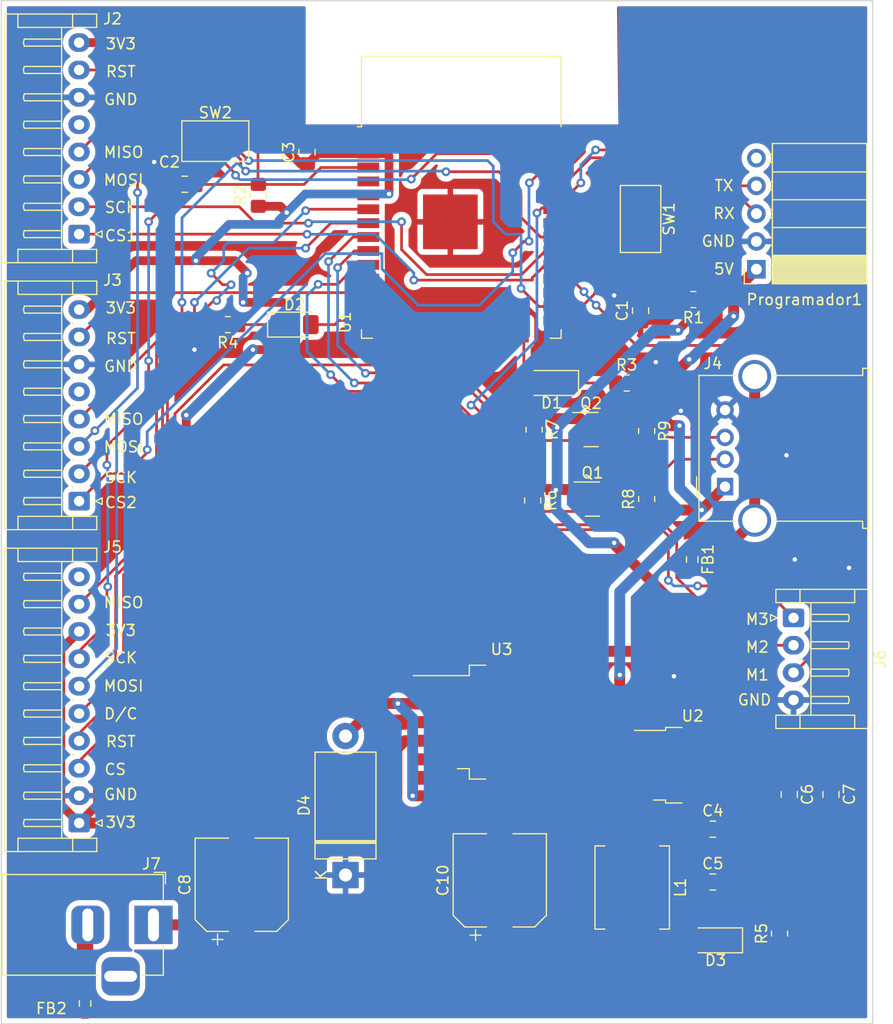
<source format=kicad_pcb>
(kicad_pcb (version 20211014) (generator pcbnew)
  (layers (0 "F.Cu" signal) (31 "B.Cu" signal) (34 "B.Paste" user) (35 "F.Paste" user) (36 "B.SilkS" user "B.Silkscreen") (37 "F.SilkS" user "F.Silkscreen") (38 "B.Mask" user) (39 "F.Mask" user) (44 "Edge.Cuts" user))
  (net 0 "")
  (net 1 "+3V3")
  (net 2 "/EN")
  (net 3 "Net-(D2-Pad1)")
  (net 4 "GND")
  (net 5 "+5V")
  (net 6 "/IOD")
  (net 7 "+12V")
  (net 8 "/perifericos/clk_5V_keyboard")
  (net 9 "/perifericos/Data_5v_keyboard")
  (net 10 "/DATA_KEYBOARD")
  (net 11 "/CLC_KEYBOARD")
  (net 12 "Net-(D3-Pad1)")
  (net 13 "Net-(D1-Pad1)")
  (net 14 "Net-(FB2-Pad2)")
  (net 15 "Net-(FB1-Pad1)")
  (net 18 "/RST_D")
  (net 19 "/D{slash}C")
  (net 20 "/MAGNE_3")
  (net 22 "/RST_2")
  (net 24 "/CONEX")
  (net 32 "/CS_Display")
  (net 33 "/INFO")
  (net 34 "/RST_1")
  (net 36 "/MAGNE_1")
  (net 37 "/CS_LECTOR_1")
  (net 38 "/SCK")
  (net 39 "/MISO")
  (net 41 "/MAGNE_2")
  (net 42 "Net-(Programador1-Pad4)")
  (net 43 "Net-(Programador1-Pad3)")
  (net 44 "/CS_LECTOR_2")
  (net 45 "/MOSI")
  (net 46 "Net-(D4-Pad2)")
  (footprint "Capacitor_SMD:CP_Elec_8x6.9" (layer "F.Cu") (at 175.853 108.439 90)
    (fp_text reference "C10")
    (fp_text value "220u")
  )
  (footprint "Resistor_SMD:R_0805_2012Metric_Pad1.20x1.40mm_HandSolder" (layer "F.Cu") (at 193.548 55.372 180)
    (fp_text reference "R1")
    (fp_text value "10k")
  )
  (footprint "Package_TO_SOT_SMD:SOT-23" (layer "F.Cu") (at 184.1985 67.249)
    (fp_text reference "Q2")
    (fp_text value "BSS138")
  )
  (footprint "Connector_JST:JST_EH_S4B-EH_1x04_P2.50mm_Horizontal" (layer "F.Cu") (at 202.6995 84.455 -90)
    (fp_text reference "J6")
    (fp_text value "Conn_01x04_Female")
  )
  (footprint "Capacitor_SMD:C_0805_2012Metric_Pad1.18x1.45mm_HandSolder" (layer "F.Cu") (at 158.242 41.91 90)
    (fp_text reference "C3")
    (fp_text value "100u")
  )
  (footprint "Connector_PinSocket_2.54mm:PinSocket_1x05_P2.54mm_Horizontal" (layer "F.Cu") (at 199.308 52.598 180)
    (fp_text reference "Programador1")
    (fp_text value "Conn_01x05_Female")
  )
  (footprint "Resistor_SMD:R_0805_2012Metric_Pad1.20x1.40mm_HandSolder" (layer "F.Cu") (at 189.2785 67.376 -90)
    (fp_text reference "R9")
    (fp_text value "10k")
  )
  (footprint "Diode_THT:D_DO-27_P12.70mm_Horizontal" (layer "F.Cu") (at 161.756 107.95 90)
    (fp_text reference "D4")
    (fp_text value "1N5825")
  )
  (footprint "Resistor_SMD:R_0805_2012Metric_Pad1.20x1.40mm_HandSolder" (layer "F.Cu") (at 178.8645 73.726 -90)
    (fp_text reference "R6")
    (fp_text value "10k")
  )
  (footprint "Connector_JST:JST_EH_S8B-EH_1x08_P2.50mm_Horizontal" (layer "F.Cu") (at 137.414 73.787 90)
    (fp_text reference "J3")
    (fp_text value "Conn_RFID2")
  )
  (footprint "Connector_JST:JST_EH_S10B-EH_1x10_P2.50mm_Horizontal" (layer "F.Cu") (at 137.414 103.198 90)
    (fp_text reference "J5")
    (fp_text value "Conn_screen")
  )
  (footprint "Connector_JST:JST_EH_S8B-EH_1x08_P2.50mm_Horizontal" (layer "F.Cu") (at 137.4065 49.39 90)
    (fp_text reference "J2")
    (fp_text value "Conn_RFID1")
  )
  (footprint "Capacitor_SMD:C_0805_2012Metric_Pad1.18x1.45mm_HandSolder" (layer "F.Cu") (at 195.326 108.585)
    (fp_text reference "C5")
    (fp_text value "10u")
  )
  (footprint "Capacitor_SMD:C_0805_2012Metric_Pad1.18x1.45mm_HandSolder" (layer "F.Cu") (at 147.066 44.831)
    (fp_text reference "C2")
    (fp_text value "1nf")
  )
  (footprint "Capacitor_SMD:C_0805_2012Metric_Pad1.18x1.45mm_HandSolder" (layer "F.Cu") (at 202.311 100.584 -90)
    (fp_text reference "C6")
    (fp_text value "22u")
  )
  (footprint "Resistor_SMD:R_0805_2012Metric_Pad1.20x1.40mm_HandSolder" (layer "F.Cu") (at 151.003 57.658 180)
    (fp_text reference "R4")
    (fp_text value "10k")
  )
  (footprint "Capacitor_SMD:C_0805_2012Metric_Pad1.18x1.45mm_HandSolder" (layer "F.Cu") (at 206.121 100.584 -90)
    (fp_text reference "C7")
    (fp_text value "100n")
  )
  (footprint "Capacitor_SMD:CP_Elec_8x6.9" (layer "F.Cu") (at 152.273 108.839 90)
    (fp_text reference "C8")
    (fp_text value "470u")
  )
  (footprint "Resistor_SMD:R_0603_1608Metric_Pad0.98x0.95mm_HandSolder" (layer "F.Cu") (at 193.445 79.121 -90)
    (fp_text reference "FB1")
    (fp_text value "FerriteBead")
  )
  (footprint "Resistor_SMD:R_0805_2012Metric_Pad1.20x1.40mm_HandSolder" (layer "F.Cu") (at 187.452 62.992)
    (fp_text reference "R3")
    (fp_text value "10k")
  )
  (footprint "Capacitor_SMD:C_0805_2012Metric_Pad1.18x1.45mm_HandSolder" (layer "F.Cu") (at 195.326 103.759)
    (fp_text reference "C4")
    (fp_text value "100n")
  )
  (footprint "LED_SMD:LED_1206_3216Metric_Pad1.42x1.75mm_HandSolder" (layer "F.Cu") (at 157.099 57.658)
    (fp_text reference "D2")
    (fp_text value "LED")
  )
  (footprint "LED_SMD:LED_1206_3216Metric_Pad1.42x1.75mm_HandSolder" (layer "F.Cu") (at 195.58 113.919 180)
    (fp_text reference "D3")
    (fp_text value "LED")
  )
  (footprint "Inductor_SMD:L_Neosid_SM-PIC0612H" (layer "F.Cu") (at 187.96 109.093 -90)
    (fp_text reference "L1")
    (fp_text value "68u")
  )
  (footprint "Connector_BarrelJack:BarrelJack_Horizontal" (layer "F.Cu") (at 144.206 112.503)
    (fp_text reference "J7")
    (fp_text value "Jack-DC")
  )
  (footprint "Resistor_SMD:R_0805_2012Metric_Pad1.20x1.40mm_HandSolder" (layer "F.Cu") (at 201.422 113.3 90)
    (fp_text reference "R5")
    (fp_text value "10k")
  )
  (footprint "Connector_USB:USB_A_Molex_67643_Horizontal" (layer "F.Cu") (at 196.443 72.461 90)
    (fp_text reference "J4")
    (fp_text value "USB_A")
  )
  (footprint "Package_TO_SOT_SMD:SOT-23" (layer "F.Cu") (at 184.3255 73.599)
    (fp_text reference "Q1")
    (fp_text value "BSS138")
  )
  (footprint "Resistor_SMD:R_0805_2012Metric_Pad1.20x1.40mm_HandSolder" (layer "F.Cu") (at 153.797 45.847 90)
    (fp_text reference "R2")
    (fp_text value "10k")
  )
  (footprint "Resistor_SMD:R_0805_2012Metric_Pad1.20x1.40mm_HandSolder" (layer "F.Cu") (at 178.9915 67.249 -90)
    (fp_text reference "R7")
    (fp_text value "10k")
  )
  (footprint "Resistor_SMD:R_0805_2012Metric_Pad1.20x1.40mm_HandSolder" (layer "F.Cu") (at 189.2785 73.599 90)
    (fp_text reference "R8")
    (fp_text value "10k")
  )
  (footprint "Resistor_SMD:R_0603_1608Metric_Pad0.98x0.95mm_HandSolder" (layer "F.Cu") (at 137.952 119.6835 90)
    (fp_text reference "FB2")
    (fp_text value "FerriteBead")
  )
  (footprint "Package_TO_SOT_SMD:TO-263-5_TabPin3" (layer "F.Cu") (at 176.022 93.98)
    (fp_text reference "U3")
    (fp_text value "LM2596S-5")
  )
  (footprint "Capacitor_SMD:C_0805_2012Metric_Pad1.18x1.45mm_HandSolder" (layer "F.Cu") (at 188.722 56.388 90)
    (fp_text reference "C1")
    (fp_text value "1nf")
  )
  (footprint "RF_Module:ESP32-WROOM-32" (layer "F.Cu") (at 172.339 49.022)
    (fp_text reference "U1")
    (fp_text value "ESP32-WROOM-32")
  )
  (footprint "Button_Switch_SMD:SW_SPST_CK_RS282G05A3" (layer "F.Cu") (at 149.86 40.894)
    (fp_text reference "SW2")
    (fp_text value "Enable")
  )
  (footprint "Button_Switch_SMD:SW_SPST_CK_RS282G05A3" (layer "F.Cu") (at 188.722 48.006 -90)
    (fp_text reference "SW1")
    (fp_text value "SW_Push")
  )
  (footprint "LED_SMD:LED_1206_3216Metric_Pad1.42x1.75mm_HandSolder" (layer "F.Cu") (at 180.594 62.992 180)
    (fp_text reference "D1")
    (fp_text value "LED")
  )
  (footprint "Package_TO_SOT_SMD:TO-252-2" (layer "F.Cu") (at 193.48 97.917)
    (fp_text reference "U2")
    (fp_text value "LM1117-3.3")
  )
  (gr_rect (start 130.302 121.539) (end 209.931 28.067) (layer "Edge.Cuts") (width 0.1) (fill none))
  (gr_text "RX\n" (at 196.342 47.498) (layer "F.SilkS") (effects (font (size 1 1))))
  (gr_text "3V3\n" (at 141.224 85.598) (layer "F.SilkS") (effects (font (size 1 1))))
  (gr_text "SCK\n\n" (at 141.224 88.9) (layer "F.SilkS") (effects (font (size 1 1))))
  (gr_text "CS1" (at 141.224 49.53) (layer "F.SilkS") (effects (font (size 1 1))))
  (gr_text "CS" (at 140.716 98.298) (layer "F.SilkS") (effects (font (size 1 1))))
  (gr_text "M2" (at 199.39 87.122) (layer "F.SilkS") (effects (font (size 1 1))))
  (gr_text "3V3\n" (at 141.224 56.134) (layer "F.SilkS") (effects (font (size 1 1))))
  (gr_text "M1" (at 199.39 89.662) (layer "F.SilkS") (effects (font (size 1 1))))
  (gr_text "MISO" (at 141.478 66.294) (layer "F.SilkS") (effects (font (size 1 1))))
  (gr_text "M3\n" (at 199.39 84.582) (layer "F.SilkS") (effects (font (size 1 1))))
  (gr_text "RST" (at 141.224 34.544) (layer "F.SilkS") (effects (font (size 1 1))))
  (gr_text "TX" (at 196.342 44.958) (layer "F.SilkS") (effects (font (size 1 1))))
  (gr_text "MOSI" (at 141.478 44.45) (layer "F.SilkS") (effects (font (size 1 1))))
  (gr_text "D/C" (at 141.224 93.218) (layer "F.SilkS") (effects (font (size 1 1))))
  (gr_text "3V3\n" (at 141.224 103.124) (layer "F.SilkS") (effects (font (size 1 1))))
  (gr_text "MOSI" (at 141.478 90.678) (layer "F.SilkS") (effects (font (size 1 1))))
  (gr_text "MOSI\n" (at 141.478 68.834) (layer "F.SilkS") (effects (font (size 1 1))))
  (gr_text "GND\n" (at 141.224 61.468) (layer "F.SilkS") (effects (font (size 1 1))))
  (gr_text "MISO" (at 141.478 83.058) (layer "F.SilkS") (effects (font (size 1 1))))
  (gr_text "SCK" (at 141.224 71.628) (layer "F.SilkS") (effects (font (size 1 1))))
  (gr_text "MISO" (at 141.478 41.91) (layer "F.SilkS") (effects (font (size 1 1))))
  (gr_text "SCK\n\n" (at 141.224 47.752) (layer "F.SilkS") (effects (font (size 1 1))))
  (gr_text "GND\n" (at 141.224 37.084) (layer "F.SilkS") (effects (font (size 1 1))))
  (gr_text "GND\n" (at 195.834 50.038) (layer "F.SilkS") (effects (font (size 1 1))))
  (gr_text "CS2\n" (at 141.224 73.914) (layer "F.SilkS") (effects (font (size 1 1))))
  (gr_text "RST" (at 141.224 58.928) (layer "F.SilkS") (effects (font (size 1 1))))
  (gr_text "GND\n" (at 141.224 100.584) (layer "F.SilkS") (effects (font (size 1 1))))
  (gr_text "RST" (at 141.224 95.758) (layer "F.SilkS") (effects (font (size 1 1))))
  (gr_text "5V\n" (at 196.342 52.578) (layer "F.SilkS") (effects (font (size 1 1))))
  (gr_text "GND\n" (at 199.136 91.948) (layer "F.SilkS") (effects (font (size 1 1))))
  (gr_text "3V3\n" (at 141.224 32.004) (layer "F.SilkS") (effects (font (size 1 1))))
  (segment (start 155.755823 59.944) (end 157.02352 58.676303) (width 0.8) (layer "F.Cu") (net 1))
  (segment (start 192.659 84.074) (end 195.58 86.995) (width 1) (layer "F.Cu") (net 1))
  (segment (start 154.559 92.837) (end 159.893 87.503) (width 1) (layer "F.Cu") (net 1))
  (segment (start 195.58 86.995) (end 195.58 97.917) (width 1) (layer "F.Cu") (net 1))
  (segment (start 137.414 103.198) (end 144.94207 103.198) (width 1) (layer "F.Cu") (net 1))
  (segment (start 154.559 100.203) (end 154.559 92.837) (width 1) (layer "F.Cu") (net 1))
  (segment (start 153.289 59.944) (end 155.755823 59.944) (width 0.8) (layer "F.Cu") (net 1))
  (segment (start 137.414 85.698) (end 135.73948 87.37252) (width 0.8) (layer "F.Cu") (net 1))
  (segment (start 155.321 40.64) (end 155.321 38.862) (width 0.8) (layer "F.Cu") (net 1))
  (segment (start 165.481 42.037) (end 163.839 42.037) (width 0.8) (layer "F.Cu") (net 1))
  (segment (start 155.321 38.862) (end 148.349 31.89) (width 0.8) (layer "F.Cu") (net 1))
  (segment (start 139.08852 101.52348) (end 139.08852 99.71852) (width 0.8) (layer "F.Cu") (net 1))
  (segment (start 163.839 42.037) (end 159.232824 42.037) (width 0.8) (layer "F.Cu") (net 1))
  (segment (start 186.309 77.597) (end 186.309 77.724) (width 1) (layer "F.Cu") (net 1))
  (segment (start 197.2095 99.5465) (end 195.58 97.917) (width 1) (layer "F.Cu") (net 1))
  (segment (start 157.02352 58.676303) (end 157.02352 56.639697) (width 0.8) (layer "F.Cu") (net 1))
  (segment (start 139.08852 99.71852) (end 143.002 95.80504) (width 0.8) (layer "F.Cu") (net 1))
  (segment (start 158.322324 42.9475) (end 158.242 42.9475) (width 0.8) (layer "F.Cu") (net 1))
  (segment (start 194.548 55.769) (end 192.151 58.166) (width 0.8) (layer "F.Cu") (net 1))
  (segment (start 157.02352 56.639697) (end 156.009823 55.626) (width 0.8) (layer "F.Cu") (net 1))
  (segment (start 189.23 87.503) (end 192.659 84.074) (width 1) (layer "F.Cu") (net 1))
  (segment (start 178.9915 66.249) (end 183.211 66.249) (width 1) (layer "F.Cu") (net 1))
  (segment (start 165.735 42.291) (end 165.481 42.037) (width 0.8) (layer "F.Cu") (net 1))
  (segment (start 178.9915 66.249) (end 180.295 66.249) (width 1) (layer "F.Cu") (net 1))
  (segment (start 178.8645 72.726) (end 183.311 72.726) (width 1) (layer "F.Cu") (net 1))
  (segment (start 144.94207 103.198) (end 146.41307 101.727) (width 1) (layer "F.Cu") (net 1))
  (segment (start 143.002 95.80504) (end 143.002 81.026) (width 0.8) (layer "F.Cu") (net 1))
  (segment (start 183.211 66.249) (end 183.261 66.299) (width 1) (layer "F.Cu") (net 1))
  (segment (start 186.309 77.724) (end 192.659 84.074) (width 1) (layer "F.Cu") (net 1))
  (segment (start 159.893 87.503) (end 189.23 87.503) (width 1) (layer "F.Cu") (net 1))
  (segment (start 151.638 51.816) (end 148.082 51.816) (width 0.8) (layer "F.Cu") (net 1))
  (segment (start 206.121 99.5465) (end 202.311 99.5465) (width 1) (layer "F.Cu") (net 1))
  (segment (start 158.242 42.9475) (end 157.6285 42.9475) (width 0.8) (layer "F.Cu") (net 1))
  (segment (start 135.73948 87.37252) (end 135.73948 101.52348) (width 0.8) (layer "F.Cu") (net 1))
  (segment (start 148.082 51.816) (end 142.621 51.816) (width 0.8) (layer "F.Cu") (net 1))
  (segment (start 153.797 46.847) (end 155.813 46.847) (width 0.8) (layer "F.Cu") (net 1))
  (segment (start 183.311 72.726) (end 183.388 72.649) (width 1) (layer "F.Cu") (net 1))
  (segment (start 135.73948 101.52348) (end 137.414 103.198) (width 0.8) (layer "F.Cu") (net 1))
  (segment (start 152.781 52.959) (end 151.638 51.816) (width 0.8) (layer "F.Cu") (net 1))
  (segment (start 155.813 46.847) (end 156.385028 47.419028) (width 0.8) (layer "F.Cu") (net 1))
  (segment (start 153.035 101.727) (end 154.559 100.203) (width 1) (layer "F.Cu") (net 1))
  (segment (start 156.009823 55.626) (end 152.4 55.626) (width 0.8) (layer "F.Cu") (net 1))
  (segment (start 137.414 103.198) (end 139.08852 101.52348) (width 0.8) (layer "F.Cu") (net 1))
  (segment (start 159.232824 42.037) (end 158.322324 42.9475) (width 0.8) (layer "F.Cu") (net 1))
  (segment (start 148.349 31.89) (end 137.4065 31.89) (width 0.8) (layer "F.Cu") (net 1))
  (segment (start 138.15 56.287) (end 137.414 56.287) (width 0.8) (layer "F.Cu") (net 1))
  (segment (start 146.41307 101.727) (end 153.035 101.727) (width 1) (layer "F.Cu") (net 1))
  (segment (start 194.548 55.372) (end 194.548 55.769) (width 0.8) (layer "F.Cu") (net 1))
  (segment (start 143.002 81.026) (end 147.204524 76.823476) (width 0.8) (layer "F.Cu") (net 1))
  (segment (start 142.621 51.816) (end 138.15 56.287) (width 0.8) (layer "F.Cu") (net 1))
  (segment (start 157.6285 42.9475) (end 155.321 40.64) (width 0.8) (layer "F.Cu") (net 1))
  (segment (start 147.204524 76.823476) (end 147.204524 65.924524) (width 0.8) (layer "F.Cu") (net 1))
  (segment (start 180.295 66.249) (end 181.102 67.056) (width 1) (layer "F.Cu") (net 1))
  (segment (start 202.311 99.5465) (end 197.2095 99.5465) (width 1) (layer "F.Cu") (net 1))
  (segment (start 165.735 45.72) (end 165.735 42.291) (width 0.8) (layer "F.Cu") (net 1))
  (via (at 156.385028 47.419028) (size 0.8) (drill 0.4) (layers "F.Cu" "B.Cu") (net 1))
  (via (at 152.781 52.959) (size 0.8) (drill 0.4) (layers "F.Cu" "B.Cu") (net 1))
  (via (at 165.735 45.72) (size 0.8) (drill 0.4) (layers "F.Cu" "B.Cu") (net 1))
  (via (at 180.975 72.771) (size 0.8) (drill 0.4) (layers "F.Cu" "B.Cu") (net 1))
  (via (at 147.204524 65.924524) (size 0.8) (drill 0.4) (layers "F.Cu" "B.Cu") (net 1))
  (via (at 152.4 55.626) (size 0.8) (drill 0.4) (layers "F.Cu" "B.Cu") (net 1))
  (via (at 148.082 51.816) (size 0.8) (drill 0.4) (layers "F.Cu" "B.Cu") (net 1))
  (via (at 192.151 58.166) (size 0.8) (drill 0.4) (layers "F.Cu" "B.Cu") (net 1))
  (via (at 153.289 59.944) (size 0.8) (drill 0.4) (layers "F.Cu" "B.Cu") (net 1))
  (via (at 181.102 67.056) (size 0.8) (drill 0.4) (layers "F.Cu" "B.Cu") (net 1))
  (via (at 186.309 77.597) (size 0.8) (drill 0.4) (layers "F.Cu" "B.Cu") (net 1))
  (segment (start 180.975 74.549) (end 180.975 72.771) (width 1) (layer "B.Cu") (net 1))
  (segment (start 192.151 58.166) (end 189.992 58.166) (width 1) (layer "B.Cu") (net 1))
  (segment (start 148.082 51.816) (end 148.082 51.531056) (width 0.8) (layer "B.Cu") (net 1))
  (segment (start 181.102 72.644) (end 180.975 72.771) (width 1) (layer "B.Cu") (net 1))
  (segment (start 147.308476 65.924524) (end 153.289 59.944) (width 1) (layer "B.Cu") (net 1))
  (segment (start 184.023 77.597) (end 180.975 74.549) (width 1) (layer "B.Cu") (net 1))
  (segment (start 151.11058 48.502476) (end 155.690476 48.502476) (width 0.8) (layer "B.Cu") (net 1))
  (segment (start 147.204524 65.924524) (end 147.308476 65.924524) (width 1) (layer "B.Cu") (net 1))
  (segment (start 186.309 77.597) (end 184.023 77.597) (width 1) (layer "B.Cu") (net 1))
  (segment (start 189.992 58.166) (end 181.102 67.056) (width 1) (layer "B.Cu") (net 1))
  (segment (start 152.4 55.626) (end 152.4 53.34) (width 0.8) (layer "B.Cu") (net 1))
  (segment (start 181.102 67.056) (end 181.102 72.644) (width 1) (layer "B.Cu") (net 1))
  (segment (start 155.690476 48.11358) (end 156.385028 47.419028) (width 0.8) (layer "B.Cu") (net 1))
  (segment (start 156.385028 47.419028) (end 158.084056 45.72) (width 0.8) (layer "B.Cu") (net 1))
  (segment (start 158.084056 45.72) (end 165.735 45.72) (width 0.8) (layer "B.Cu") (net 1))
  (segment (start 155.690476 48.502476) (end 155.690476 48.11358) (width 0.8) (layer "B.Cu") (net 1))
  (segment (start 148.082 51.531056) (end 151.11058 48.502476) (width 0.8) (layer "B.Cu") (net 1))
  (segment (start 163.839 43.307) (end 159.507493 43.307) (width 0.25) (layer "F.Cu") (net 2))
  (segment (start 159.507493 43.307) (end 157.967493 44.847) (width 0.25) (layer "F.Cu") (net 2))
  (segment (start 153.76 44.81) (end 153.76 40.894) (width 0.25) (layer "F.Cu") (net 2))
  (segment (start 148.1195 44.847) (end 148.1035 44.831) (width 0.25) (layer "F.Cu") (net 2))
  (segment (start 153.797 44.847) (end 153.76 44.81) (width 0.25) (layer "F.Cu") (net 2))
  (segment (start 153.797 44.847) (end 148.1195 44.847) (width 0.25) (layer "F.Cu") (net 2))
  (segment (start 157.967493 44.847) (end 153.797 44.847) (width 0.25) (layer "F.Cu") (net 2))
  (segment (start 155.6115 57.658) (end 152.003 57.658) (width 0.25) (layer "F.Cu") (net 3))
  (via (at 147.955 59.944) (size 0.8) (drill 0.4) (layers "F.Cu" "B.Cu") (net 4))
  (via (at 144.272 42.799) (size 0.8) (drill 0.4) (layers "F.Cu" "B.Cu") (net 4))
  (via (at 202.057 69.596) (size 0.8) (drill 0.4) (layers "F.Cu" "B.Cu") (net 4))
  (via (at 202.819 79.121) (size 0.8) (drill 0.4) (layers "F.Cu" "B.Cu") (net 4))
  (via (at 186.309 54.991) (size 0.8) (drill 0.4) (layers "F.Cu" "B.Cu") (net 4))
  (via (at 190.119 61.087) (size 0.8) (drill 0.4) (layers "F.Cu" "B.Cu") (net 4))
  (via (at 191.77 89.789) (size 0.8) (drill 0.4) (layers "F.Cu" "B.Cu") (net 4))
  (via (at 192.405 65.532) (size 0.8) (drill 0.4) (layers "F.Cu" "B.Cu") (net 4))
  (via (at 207.772 79.883) (size 0.8) (drill 0.4) (layers "F.Cu" "B.Cu") (net 4))
  (segment (start 166.44448 96.433498) (end 167.197978 95.68) (width 1) (layer "F.Cu") (net 5))
  (segment (start 194.305 74.599) (end 196.443 72.461) (width 1) (layer "F.Cu") (net 5))
  (segment (start 194.2885 108.585) (end 194.2885 103.759) (width 1) (layer "F.Cu") (net 5))
  (segment (start 175.853 111.914) (end 187.751 111.914) (width 1) (layer "F.Cu") (net 5))
  (segment (start 194.2885 103.759) (end 192.842 103.759) (width 1) (layer "F.Cu") (net 5))
  (segment (start 192.2965 112.123) (end 194.0925 113.919) (width 1) (layer "F.Cu") (net 5))
  (segment (start 189.23 64.77) (end 189.23 66.3275) (width 1) (layer "F.Cu") (net 5))
  (segment (start 197.231 56.896) (end 197.231 54.675) (width 1) (layer "F.Cu") (net 5))
  (segment (start 187.96 112.123) (end 192.2965 112.123) (width 1) (layer "F.Cu") (net 5))
  (segment (start 167.197978 95.68) (end 170.247 95.68) (width 1) (layer "F.Cu") (net 5))
  (segment (start 190.963 66.376) (end 191.47348 66.88648) (width 1) (layer "F.Cu") (net 5))
  (segment (start 197.231 54.675) (end 199.308 52.598) (width 1) (layer "F.Cu") (net 5))
  (segment (start 166.44448 108.02448) (end 166.44448 96.433498) (width 1) (layer "F.Cu") (net 5))
  (segment (start 193.167 60.833) (end 189.23 64.77) (width 1) (layer "F.Cu") (net 5))
  (segment (start 187.751 111.914) (end 187.96 112.123) (width 1) (layer "F.Cu") (net 5))
  (segment (start 189.2785 74.599) (end 194.305 74.599) (width 1) (layer "F.Cu") (net 5))
  (segment (start 186.817 97.734) (end 186.817 89.662) (width 1) (layer "F.Cu") (net 5))
  (segment (start 194.2885 108.585) (end 194.2885 110.131) (width 1) (layer "F.Cu") (net 5))
  (segment (start 194.2885 110.131) (end 192.2965 112.123) (width 1) (layer "F.Cu") (net 5))
  (segment (start 192.842 103.759) (end 189.28 100.197) (width 1) (layer "F.Cu") (net 5))
  (segment (start 175.853 111.914) (end 170.334 111.914) (width 1) (layer "F.Cu") (net 5))
  (segment (start 191.47348 66.88648) (end 192.278 66.88648) (width 1) (layer "F.Cu") (net 5))
  (segment (start 170.334 111.914) (end 166.44448 108.02448) (width 1) (layer "F.Cu") (net 5))
  (segment (start 189.23 66.3275) (end 189.2785 66.376) (width 1) (layer "F.Cu") (net 5))
  (segment (start 189.2785 66.376) (end 190.963 66.376) (width 1) (layer "F.Cu") (net 5))
  (segment (start 189.28 100.197) (end 186.817 97.734) (width 1) (layer "F.Cu") (net 5))
  (via (at 197.231 56.896) (size 0.8) (drill 0.4) (layers "F.Cu" "B.Cu") (net 5))
  (via (at 194.305 74.599) (size 0.8) (drill 0.4) (layers "F.Cu" "B.Cu") (net 5))
  (via (at 193.167 60.833) (size 0.8) (drill 0.4) (layers "F.Cu" "B.Cu") (net 5))
  (via (at 186.817 89.662) (size 0.8) (drill 0.4) (layers "F.Cu" "B.Cu") (net 5))
  (via (at 192.278 66.88648) (size 0.8) (drill 0.4) (layers "F.Cu" "B.Cu") (net 5))
  (segment (start 186.817 82.087) (end 194.305 74.599) (width 1) (layer "B.Cu") (net 5))
  (segment (start 192.278 72.572) (end 194.305 74.599) (width 1) (layer "B.Cu") (net 5))
  (segment (start 186.817 89.662) (end 186.817 82.087) (width 1) (layer "B.Cu") (net 5))
  (segment (start 193.167 60.833) (end 193.294 60.833) (width 1) (layer "B.Cu") (net 5))
  (segment (start 192.278 66.88648) (end 192.278 72.572) (width 1) (layer "B.Cu") (net 5))
  (segment (start 193.294 60.833) (end 197.231 56.896) (width 1) (layer "B.Cu") (net 5))
  (segment (start 184.531 54.835) (end 184.531 54.737) (width 0.25) (layer "F.Cu") (net 6))
  (segment (start 188.722 53.467) (end 188.722 51.906) (width 0.25) (layer "F.Cu") (net 6))
  (segment (start 192.5265 55.3505) (end 192.548 55.372) (width 0.25) (layer "F.Cu") (net 6))
  (segment (start 185.674 53.594) (end 188.595 53.594) (width 0.25) (layer "F.Cu") (net 6))
  (segment (start 182.089 57.277) (end 184.531 54.835) (width 0.25) (layer "F.Cu") (net 6))
  (segment (start 180.839 57.277) (end 182.089 57.277) (width 0.25) (layer "F.Cu") (net 6))
  (segment (start 188.595 53.594) (end 188.722 53.467) (width 0.25) (layer "F.Cu") (net 6))
  (segment (start 188.722 55.3505) (end 192.5265 55.3505) (width 0.25) (layer "F.Cu") (net 6))
  (segment (start 188.722 55.3505) (end 188.722 53.467) (width 0.25) (layer "F.Cu") (net 6))
  (segment (start 184.531 54.737) (end 185.674 53.594) (width 0.25) (layer "F.Cu") (net 6))
  (segment (start 156.291 93.899) (end 156.291 112.314) (width 1) (layer "F.Cu") (net 7))
  (segment (start 144.206 112.503) (end 152.084 112.503) (width 1) (layer "F.Cu") (net 7))
  (segment (start 152.084 112.503) (end 152.273 112.314) (width 1) (layer "F.Cu") (net 7))
  (segment (start 159.61 90.58) (end 170.247 90.58) (width 1) (layer "F.Cu") (net 7))
  (segment (start 152.273 112.314) (end 156.291 112.314) (width 1) (layer "F.Cu") (net 7))
  (segment (start 156.291 93.899) (end 159.61 90.58) (width 1) (layer "F.Cu") (net 7))
  (segment (start 189.6935 67.961) (end 189.2785 68.376) (width 0.25) (layer "F.Cu") (net 8))
  (segment (start 188.1515 67.249) (end 189.2785 68.376) (width 0.25) (layer "F.Cu") (net 8))
  (segment (start 196.443 67.961) (end 189.6935 67.961) (width 0.25) (layer "F.Cu") (net 8))
  (segment (start 185.136 67.249) (end 188.1515 67.249) (width 0.25) (layer "F.Cu") (net 8))
  (segment (start 185.263 73.599) (end 188.2785 73.599) (width 0.25) (layer "F.Cu") (net 9))
  (segment (start 188.2785 73.599) (end 189.2785 72.599) (width 0.25) (layer "F.Cu") (net 9))
  (segment (start 191.9165 69.961) (end 189.2785 72.599) (width 0.25) (layer "F.Cu") (net 9))
  (segment (start 196.443 69.961) (end 191.9165 69.961) (width 0.25) (layer "F.Cu") (net 9))
  (segment (start 178.9915 68.249) (end 183.211 68.249) (width 0.25) (layer "F.Cu") (net 10))
  (segment (start 163.576 62.103) (end 163.6135 62.0655) (width 0.25) (layer "F.Cu") (net 10))
  (segment (start 161.036 52.451) (end 162.56 50.927) (width 0.25) (layer "F.Cu") (net 10))
  (segment (start 162.56 50.927) (end 163.839 50.927) (width 0.25) (layer "F.Cu") (net 10))
  (segment (start 172.3015 62.0655) (end 178.485 68.249) (width 0.25) (layer "F.Cu") (net 10))
  (segment (start 178.485 68.249) (end 178.9915 68.249) (width 0.25) (layer "F.Cu") (net 10))
  (segment (start 163.6135 62.0655) (end 172.3015 62.0655) (width 0.25) (layer "F.Cu") (net 10))
  (segment (start 183.211 68.249) (end 183.261 68.199) (width 0.25) (layer "F.Cu") (net 10))
  (via (at 163.576 62.103) (size 0.8) (drill 0.4) (layers "F.Cu" "B.Cu") (net 10))
  (via (at 161.036 52.451) (size 0.8) (drill 0.4) (layers "F.Cu" "B.Cu") (net 10))
  (segment (start 161.036 59.563) (end 161.036 52.451) (width 0.25) (layer "B.Cu") (net 10))
  (segment (start 163.576 62.103) (end 161.036 59.563) (width 0.25) (layer "B.Cu") (net 10))
  (segment (start 183.211 74.726) (end 183.388 74.549) (width 0.25) (layer "F.Cu") (net 11))
  (segment (start 177.292 67.691718) (end 177.165718 67.691718) (width 0.25) (layer "F.Cu") (net 11))
  (segment (start 177.292 67.818) (end 177.292 67.691718) (width 0.25) (layer "F.Cu") (net 11))
  (segment (start 160.204364 51.896576) (end 162.44394 49.657) (width 0.25) (layer "F.Cu") (net 11))
  (segment (start 177.165718 67.691718) (end 172.847 63.373) (width 0.25) (layer "F.Cu") (net 11))
  (segment (start 178.8645 74.726) (end 177.292 73.1535) (width 0.25) (layer "F.Cu") (net 11))
  (segment (start 178.8645 74.726) (end 183.211 74.726) (width 0.25) (layer "F.Cu") (net 11))
  (segment (start 177.292 73.1535) (end 177.292 67.818) (width 0.25) (layer "F.Cu") (net 11))
  (segment (start 172.847 63.373) (end 172.466 62.992) (width 0.25) (layer "F.Cu") (net 11))
  (segment (start 172.466 62.992) (end 162.56 62.992) (width 0.25) (layer "F.Cu") (net 11))
  (segment (start 162.44394 49.657) (end 163.839 49.657) (width 0.25) (layer "F.Cu") (net 11))
  (via (at 160.204364 51.896576) (size 0.8) (drill 0.4) (layers "F.Cu" "B.Cu") (net 11))
  (via (at 162.56 62.992) (size 0.8) (drill 0.4) (layers "F.Cu" "B.Cu") (net 11))
  (segment (start 160.204364 60.636364) (end 160.204364 51.896576) (width 0.25) (layer "B.Cu") (net 11))
  (segment (start 162.56 62.992) (end 160.204364 60.636364) (width 0.25) (layer "B.Cu") (net 11))
  (segment (start 197.0675 113.919) (end 201.041 113.919) (width 1) (layer "F.Cu") (net 12))
  (segment (start 201.041 113.919) (end 201.422 114.3) (width 1) (layer "F.Cu") (net 12))
  (segment (start 186.452 62.992) (end 182.0815 62.992) (width 0.25) (layer "F.Cu") (net 13))
  (segment (start 137.952 118.771) (end 137.952 112.757) (width 1.5) (layer "F.Cu") (net 14))
  (segment (start 137.952 112.757) (end 138.206 112.503) (width 1.5) (layer "F.Cu") (net 14))
  (segment (start 196.4755 78.2085) (end 199.153 75.531) (width 1) (layer "F.Cu") (net 15))
  (segment (start 199.153 62.391) (end 199.153 75.531) (width 1) (layer "F.Cu") (net 15))
  (segment (start 193.445 78.2085) (end 196.4755 78.2085) (width 1) (layer "F.Cu") (net 15))
  (segment (start 150.5325 54.0125) (end 149.479 52.959) (width 0.25) (layer "F.Cu") (net 18))
  (segment (start 145.48352 59.69) (end 149.71202 55.4615) (width 0.25) (layer "F.Cu") (net 18))
  (segment (start 158.242 47.117) (end 163.839 47.117) (width 0.25) (layer "F.Cu") (net 18))
  (segment (start 158.115 47.244) (end 158.242 47.117) (width 0.25) (layer "F.Cu") (net 18))
  (segment (start 149.71202 55.4615) (end 149.987 55.4615) (width 0.25) (layer "F.Cu") (net 18))
  (segment (start 145.48352 76.513197) (end 145.48352 59.69) (width 0.25) (layer "F.Cu") (net 18))
  (segment (start 141.478 90.932) (end 141.478 80.518718) (width 0.25) (layer "F.Cu") (net 18))
  (segment (start 137.414 95.698) (end 137.414 94.996) (width 0.25) (layer "F.Cu") (net 18))
  (segment (start 151.3005 54.0125) (end 150.5325 54.0125) (width 0.25) (layer "F.Cu") (net 18))
  (segment (start 141.478 80.518718) (end 145.48352 76.513197) (width 0.25) (layer "F.Cu") (net 18))
  (segment (start 137.414 94.996) (end 141.478 90.932) (width 0.25) (layer "F.Cu") (net 18))
  (via (at 151.3005 54.0125) (size 0.8) (drill 0.4) (layers "F.Cu" "B.Cu") (net 18))
  (via (at 149.987 55.4615) (size 0.8) (drill 0.4) (layers "F.Cu" "B.Cu") (net 18))
  (via (at 149.479 52.959) (size 0.8) (drill 0.4) (layers "F.Cu" "B.Cu") (net 18))
  (via (at 158.115 47.244) (size 0.8) (drill 0.4) (layers "F.Cu" "B.Cu") (net 18))
  (segment (start 149.987 55.326) (end 149.987 55.4615) (width 0.25) (layer "B.Cu") (net 18))
  (segment (start 155.194 50.165) (end 158.115 47.244) (width 0.25) (layer "B.Cu") (net 18))
  (segment (start 150.622 51.816) (end 150.622 50.546) (width 0.25) (layer "B.Cu") (net 18))
  (segment (start 151.003 50.165) (end 155.194 50.165) (width 0.25) (layer "B.Cu") (net 18))
  (segment (start 151.3005 54.0125) (end 149.987 55.326) (width 0.25) (layer "B.Cu") (net 18))
  (segment (start 150.622 50.546) (end 151.003 50.165) (width 0.25) (layer "B.Cu") (net 18))
  (segment (start 149.479 52.959) (end 150.622 51.816) (width 0.25) (layer "B.Cu") (net 18))
  (segment (start 140.75281 80.68181) (end 140.716 80.645) (width 0.25) (layer "F.Cu") (net 19))
  (segment (start 140.75281 89.85919) (end 140.75281 80.68181) (width 0.25) (layer "F.Cu") (net 19))
  (segment (start 147.955 56.515) (end 147.955 55.626) (width 0.25) (layer "F.Cu") (net 19))
  (segment (start 158.115 50.673) (end 160.401 48.387) (width 0.25) (layer "F.Cu") (net 19))
  (segment (start 145.034 76.327) (end 145.034 59.436) (width 0.25) (layer "F.Cu") (net 19))
  (segment (start 137.414 93.198) (end 140.75281 89.85919) (width 0.25) (layer "F.Cu") (net 19))
  (segment (start 145.034 59.436) (end 147.955 56.515) (width 0.25) (layer "F.Cu") (net 19))
  (segment (start 160.401 48.387) (end 163.839 48.387) (width 0.25) (layer "F.Cu") (net 19))
  (segment (start 140.716 80.645) (end 145.034 76.327) (width 0.25) (layer "F.Cu") (net 19))
  (via (at 147.955 55.626) (size 0.8) (drill 0.4) (layers "F.Cu" "B.Cu") (net 19))
  (via (at 158.115 50.673) (size 0.8) (drill 0.4) (layers "F.Cu" "B.Cu") (net 19))
  (segment (start 152.908 50.673) (end 158.115 50.673) (width 0.25) (layer "B.Cu") (net 19))
  (segment (start 147.955 55.626) (end 152.908 50.673) (width 0.25) (layer "B.Cu") (net 19))
  (segment (start 176.656283 75.565) (end 177.486802 76.39552) (width 0.25) (layer "F.Cu") (net 20))
  (segment (start 191.262 76.962718) (end 191.262 81.026) (width 0.25) (layer "F.Cu") (net 20))
  (segment (start 159.258 53.975) (end 161.036 53.975) (width 0.25) (layer "F.Cu") (net 20))
  (segment (start 161.925 63.754) (end 170.933386 63.754) (width 0.25) (layer "F.Cu") (net 20))
  (segment (start 176.39296 69.213574) (end 176.39296 75.301678) (width 0.25) (layer "F.Cu") (net 20))
  (segment (start 161.036 53.975) (end 162.814 52.197) (width 0.25) (layer "F.Cu") (net 20))
  (segment (start 162.814 52.197) (end 163.839 52.197) (width 0.25) (layer "F.Cu") (net 20))
  (segment (start 190.694802 76.39552) (end 191.262 76.962718) (width 0.25) (layer "F.Cu") (net 20))
  (segment (start 199.7785 81.534) (end 193.929 81.534) (width 0.25) (layer "F.Cu") (net 20))
  (segment (start 170.933386 63.754) (end 176.39296 69.213574) (width 0.25) (layer "F.Cu") (net 20))
  (segment (start 202.6995 84.455) (end 199.7785 81.534) (width 0.25) (layer "F.Cu") (net 20))
  (segment (start 177.486802 76.39552) (end 190.694802 76.39552) (width 0.25) (layer "F.Cu") (net 20))
  (segment (start 176.39296 75.301678) (end 176.656283 75.565) (width 0.25) (layer "F.Cu") (net 20))
  (segment (start 160.401 62.23) (end 161.925 63.754) (width 0.25) (layer "F.Cu") (net 20))
  (via (at 160.401 62.23) (size 0.8) (drill 0.4) (layers "F.Cu" "B.Cu") (net 20))
  (via (at 193.929 81.534) (size 0.8) (drill 0.4) (layers "F.Cu" "B.Cu") (net 20))
  (via (at 159.258 53.975) (size 0.8) (drill 0.4) (layers "F.Cu" "B.Cu") (net 20))
  (via (at 191.262 81.026) (size 0.8) (drill 0.4) (layers "F.Cu" "B.Cu") (net 20))
  (segment (start 193.929 81.534) (end 191.77 81.534) (width 0.25) (layer "B.Cu") (net 20))
  (segment (start 158.242 60.071) (end 158.242 54.991) (width 0.25) (layer "B.Cu") (net 20))
  (segment (start 160.401 62.23) (end 158.242 60.071) (width 0.25) (layer "B.Cu") (net 20))
  (segment (start 158.242 54.991) (end 159.258 53.975) (width 0.25) (layer "B.Cu") (net 20))
  (segment (start 191.77 81.534) (end 191.262 81.026) (width 0.25) (layer "B.Cu") (net 20))
  (segment (start 137.414 58.787) (end 141.464 54.737) (width 0.25) (layer "F.Cu") (net 22))
  (segment (start 141.464 54.737) (end 163.839 54.737) (width 0.25) (layer "F.Cu") (net 22))
  (segment (start 161.163 57.277) (end 160.782 57.658) (width 0.25) (layer "F.Cu") (net 24))
  (segment (start 160.782 57.658) (end 158.5865 57.658) (width 0.25) (layer "F.Cu") (net 24))
  (segment (start 163.839 57.277) (end 161.163 57.277) (width 0.25) (layer "F.Cu") (net 24))
  (segment (start 141.986 92.964) (end 141.986 80.646436) (width 0.25) (layer "F.Cu") (net 32))
  (segment (start 176.784 60.071) (end 176.784 58.277) (width 0.25) (layer "F.Cu") (net 32))
  (segment (start 137.414 97.536) (end 141.986 92.964) (width 0.25) (layer "F.Cu") (net 32))
  (segment (start 150.622 61.341) (end 175.514 61.341) (width 0.25) (layer "F.Cu") (net 32))
  (segment (start 141.986 80.646436) (end 146.177 76.455436) (width 0.25) (layer "F.Cu") (net 32))
  (segment (start 175.514 61.341) (end 176.784 60.071) (width 0.25) (layer "F.Cu") (net 32))
  (segment (start 146.177 76.455436) (end 146.177 65.786) (width 0.25) (layer "F.Cu") (net 32))
  (segment (start 137.414 98.198) (end 137.414 97.536) (width 0.25) (layer "F.Cu") (net 32))
  (segment (start 146.177 65.786) (end 150.622 61.341) (width 0.25) (layer "F.Cu") (net 32))
  (segment (start 178.054 61.9395) (end 178.054 58.277) (width 0.25) (layer "F.Cu") (net 33))
  (segment (start 179.1065 62.992) (end 178.054 61.9395) (width 0.25) (layer "F.Cu") (net 33))
  (segment (start 179.451 56.007) (end 180.839 56.007) (width 0.25) (layer "F.Cu") (net 34))
  (segment (start 177.8 54.356) (end 179.451 56.007) (width 0.25) (layer "F.Cu") (net 34))
  (segment (start 144.626 34.39) (end 152.908 42.672) (width 0.25) (layer "F.Cu") (net 34))
  (segment (start 137.4065 34.39) (end 144.626 34.39) (width 0.25) (layer "F.Cu") (net 34))
  (via (at 152.908 42.672) (size 0.8) (drill 0.4) (layers "F.Cu" "B.Cu") (net 34))
  (via (at 177.8 54.356) (size 0.8) (drill 0.4) (layers "F.Cu" "B.Cu") (net 34))
  (segment (start 176.403 49.403) (end 177.8 49.403) (width 0.25) (layer "B.Cu") (net 34))
  (segment (start 174.752 42.672) (end 175.26 43.18) (width 0.25) (layer "B.Cu") (net 34))
  (segment (start 152.908 42.672) (end 174.752 42.672) (width 0.25) (layer "B.Cu") (net 34))
  (segment (start 175.26 48.26) (end 176.403 49.403) (width 0.25) (layer "B.Cu") (net 34))
  (segment (start 177.8 49.403) (end 177.8 54.356) (width 0.25) (layer "B.Cu") (net 34))
  (segment (start 175.26 43.18) (end 175.26 48.26) (width 0.25) (layer "B.Cu") (net 34))
  (segment (start 200.279 59.563) (end 205.232 64.516) (width 0.25) (layer "F.Cu") (net 36))
  (segment (start 202.772 89.455) (end 202.6995 89.455) (width 0.25) (layer "F.Cu") (net 36))
  (segment (start 205.232 64.516) (end 205.232 86.995) (width 0.25) (layer "F.Cu") (net 36))
  (segment (start 188.341 59.563) (end 200.279 59.563) (width 0.25) (layer "F.Cu") (net 36))
  (segment (start 182.372 53.467) (end 183.554201 54.649201) (width 0.25) (layer "F.Cu") (net 36))
  (segment (start 184.658 55.88) (end 188.341 59.563) (width 0.25) (layer "F.Cu") (net 36))
  (segment (start 180.839 53.467) (end 182.372 53.467) (width 0.25) (layer "F.Cu") (net 36))
  (segment (start 205.232 86.995) (end 202.772 89.455) (width 0.25) (layer "F.Cu") (net 36))
  (via (at 183.554201 54.649201) (size 0.8) (drill 0.4) (layers "F.Cu" "B.Cu") (net 36))
  (via (at 184.658 55.88) (size 0.8) (drill 0.4) (layers "F.Cu" "B.Cu") (net 36))
  (segment (start 183.554201 54.776201) (end 184.658 55.88) (width 0.25) (layer "B.Cu") (net 36))
  (segment (start 183.554201 54.649201) (end 183.554201 54.776201) (width 0.25) (layer "B.Cu") (net 36))
  (segment (start 158.229 49.39) (end 158.242 49.403) (width 0.25) (layer "F.Cu") (net 37))
  (segment (start 137.4065 49.39) (end 158.229 49.39) (width 0.25) (layer "F.Cu") (net 37))
  (segment (start 178.827 53.594) (end 178.827 53.379978) (width 0.25) (layer "F.Cu") (net 37))
  (segment (start 180.009978 52.197) (end 180.839 52.197) (width 0.25) (layer "F.Cu") (net 37))
  (segment (start 178.827 53.379978) (end 180.009978 52.197) (width 0.25) (layer "F.Cu") (net 37))
  (segment (start 168.021 53.594) (end 178.827 53.594) (width 0.25) (layer "F.Cu") (net 37))
  (via (at 168.002255 53.594) (size 0.8) (drill 0.4) (layers "F.Cu" "B.Cu") (net 37))
  (via (at 158.242 49.403) (size 0.8) (drill 0.4) (layers "F.Cu" "B.Cu") (net 37))
  (segment (start 168.002255 52.940255) (end 168.002255 53.594) (width 0.25) (layer "B.Cu") (net 37))
  (segment (start 158.242 49.403) (end 164.465 49.403) (width 0.25) (layer "B.Cu") (net 37))
  (segment (start 164.465 49.403) (end 168.002255 52.940255) (width 0.25) (layer "B.Cu") (net 37))
  (segment (start 177.850978 53.086) (end 180.009978 50.927) (width 0.25) (layer "F.Cu") (net 38))
  (segment (start 139.954 68.747) (end 140.0375 68.6635) (width 0.25) (layer "F.Cu") (net 38))
  (segment (start 139.954 70.485) (end 139.954 68.747) (width 0.25) (layer "F.Cu") (net 38))
  (segment (start 152.046 46.89) (end 152.781 47.625) (width 0.25) (layer "F.Cu") (net 38))
  (segment (start 145.188 46.89) (end 152.046 46.89) (width 0.25) (layer "F.Cu") (net 38))
  (segment (start 143.764 64.937) (end 143.764 61.849) (width 0.25) (layer "F.Cu") (net 38))
  (segment (start 137.414 88.198) (end 137.414 87.484022) (width 0.25) (layer "F.Cu") (net 38))
  (segment (start 143.764 61.849) (end 143.764 60.961598) (width 0.25) (layer "F.Cu") (net 38))
  (segment (start 169.164 53.086) (end 177.850978 53.086) (width 0.25) (layer "F.Cu") (net 38))
  (segment (start 153.543 48.387) (end 158.369 48.387) (width 0.25) (layer "F.Cu") (net 38))
  (segment (start 140.0375 68.6635) (end 143.764 64.937) (width 0.25) (layer "F.Cu") (net 38))
  (segment (start 137.414 71.287) (end 140.0375 68.6635) (width 0.25) (layer "F.Cu") (net 38))
  (segment (start 180.009978 50.927) (end 180.839 50.927) (width 0.25) (layer "F.Cu") (net 38))
  (segment (start 166.878 48.26) (end 166.878 50.8) (width 0.25) (layer "F.Cu") (net 38))
  (segment (start 137.4065 46.89) (end 145.188 46.89) (width 0.25) (layer "F.Cu") (net 38))
  (segment (start 139.954 84.944022) (end 139.954 81.534) (width 0.25) (layer "F.Cu") (net 38))
  (segment (start 143.764 48.26) (end 145.134 46.89) (width 0.25) (layer "F.Cu") (net 38))
  (segment (start 139.954 81.534) (end 140.028299 81.608299) (width 0.25) (layer "F.Cu") (net 38))
  (segment (start 137.414 87.484022) (end 139.954 84.944022) (width 0.25) (layer "F.Cu") (net 38))
  (segment (start 166.878 50.8) (end 169.164 53.086) (width 0.25) (layer "F.Cu") (net 38))
  (segment (start 152.781 47.625) (end 153.543 48.387) (width 0.25) (layer "F.Cu") (net 38))
  (segment (start 143.764 60.961598) (end 143.764799 60.960799) (width 0.25) (layer "F.Cu") (net 38))
  (segment (start 145.134 46.89) (end 145.188 46.89) (width 0.25) (layer "F.Cu") (net 38))
  (via (at 139.954 70.485) (size 0.8) (drill 0.4) (layers "F.Cu" "B.Cu") (net 38))
  (via (at 158.369 48.387) (size 0.8) (drill 0.4) (layers "F.Cu" "B.Cu") (net 38))
  (via (at 143.764799 60.960799) (size 0.8) (drill 0.4) (layers "F.Cu" "B.Cu") (net 38))
  (via (at 140.028299 81.608299) (size 0.8) (drill 0.4) (layers "F.Cu" "B.Cu") (net 38))
  (via (at 143.764 48.26) (size 0.8) (drill 0.4) (layers "F.Cu" "B.Cu") (net 38))
  (via (at 166.878 48.26) (size 0.8) (drill 0.4) (layers "F.Cu" "B.Cu") (net 38))
  (segment (start 140.028299 81.608299) (end 140.028299 70.559299) (width 0.25) (layer "B.Cu") (net 38))
  (segment (start 158.369 48.387) (end 158.496 48.26) (width 0.25) (layer "B.Cu") (net 38))
  (segment (start 143.764799 60.960799) (end 143.764 60.96) (width 0.25) (layer "B.Cu") (net 38))
  (segment (start 140.028299 70.559299) (end 139.954 70.485) (width 0.25) (layer "B.Cu") (net 38))
  (segment (start 143.764 60.96) (end 143.764 48.26) (width 0.25) (layer "B.Cu") (net 38))
  (segment (start 158.496 48.26) (end 166.878 48.26) (width 0.25) (layer "B.Cu") (net 38))
  (segment (start 179.589 49.657) (end 180.839 49.657) (width 0.25) (layer "F.Cu") (net 39))
  (segment (start 152.183489 42.583207) (end 152.183489 43.18312) (width 0.25) (layer "F.Cu") (net 39))
  (segment (start 177.8 45.72) (end 177.8 47.868) (width 0.25) (layer "F.Cu") (net 39))
  (segment (start 137.414 83.198) (end 144.48931 76.12269) (width 0.25) (layer "F.Cu") (net 39))
  (segment (start 144.48931 76.12269) (end 144.48931 59.21169) (width 0.25) (layer "F.Cu") (net 39))
  (segment (start 137.414 66.287) (end 144.5225 59.1785) (width 0.25) (layer "F.Cu") (net 39))
  (segment (start 146.812 56.889) (end 146.812 55.626) (width 0.25) (layer "F.Cu") (net 39))
  (segment (start 177.8 47.868) (end 179.589 49.657) (width 0.25) (layer "F.Cu") (net 39))
  (segment (start 140.053141 39.243359) (end 148.843641 39.243359) (width 0.25) (layer "F.Cu") (net 39))
  (segment (start 170.942 43.688) (end 175.768 43.688) (width 0.25) (layer "F.Cu") (net 39))
  (segment (start 148.843641 39.243359) (end 152.183489 42.583207) (width 0.25) (layer "F.Cu") (net 39))
  (segment (start 152.183489 43.18312) (end 152.633415 43.633046) (width 0.25) (layer "F.Cu") (net 39))
  (segment (start 144.5225 59.1785) (end 146.812 56.889) (width 0.25) (layer "F.Cu") (net 39))
  (segment (start 137.4065 41.89) (end 140.053141 39.243359) (width 0.25) (layer "F.Cu") (net 39))
  (segment (start 175.768 43.688) (end 177.8 45.72) (width 0.25) (layer "F.Cu") (net 39))
  (segment (start 144.48931 59.21169) (end 144.5225 59.1785) (width 0.25) (layer "F.Cu") (net 39))
  (via (at 146.812 55.626) (size 0.8) (drill 0.4) (layers "F.Cu" "B.Cu") (net 39))
  (via (at 152.633415 43.633046) (size 0.8) (drill 0.4) (layers "F.Cu" "B.Cu") (net 39))
  (via (at 170.942 43.688) (size 0.8) (drill 0.4) (layers "F.Cu" "B.Cu") (net 39))
  (segment (start 146.812 47.8917) (end 151.731597 42.972103) (width 0.25) (layer "B.Cu") (net 39))
  (segment (start 146.812 55.626) (end 146.812 47.8917) (width 0.25) (layer "B.Cu") (net 39))
  (segment (start 170.887046 43.633046) (end 170.942 43.688) (width 0.25) (layer "B.Cu") (net 39))
  (segment (start 151.972472 42.972103) (end 152.633415 43.633046) (width 0.25) (layer "B.Cu") (net 39))
  (segment (start 152.633415 43.633046) (end 170.887046 43.633046) (width 0.25) (layer "B.Cu") (net 39))
  (segment (start 151.731597 42.972103) (end 151.972472 42.972103) (width 0.25) (layer "B.Cu") (net 39))
  (segment (start 176.84248 75.11548) (end 176.84248 68.453) (width 0.25) (layer "F.Cu") (net 41))
  (segment (start 180.712 46.99) (end 180.839 47.117) (width 0.25) (layer "F.Cu") (net 41))
  (segment (start 192.024 80.772) (end 192.024 77.089) (width 0.25) (layer "F.Cu") (net 41))
  (segment (start 179.705 47.006812) (end 179.705 46.99) (width 0.25) (layer "F.Cu") (net 41))
  (segment (start 177.673 75.946) (end 176.84248 75.11548) (width 0.25) (layer "F.Cu") (net 41))
  (segment (start 179.251792 47.46002) (end 179.705 47.006812) (width 0.25) (layer "F.Cu") (net 41))
  (segment (start 176.84248 68.453) (end 173.41348 65.024) (width 0.25) (layer "F.Cu") (net 41))
  (segment (start 198.207 86.955) (end 192.024 80.772) (width 0.25) (layer "F.Cu") (net 41))
  (segment (start 179.705 46.99) (end 180.712 46.99) (width 0.25) (layer "F.Cu") (net 41))
  (segment (start 192.024 77.089) (end 190.881 75.946) (width 0.25) (layer "F.Cu") (net 41))
  (segment (start 190.881 75.946) (end 177.673 75.946) (width 0.25) (layer "F.Cu") (net 41))
  (segment (start 202.6995 86.955) (end 198.207 86.955) (width 0.25) (layer "F.Cu") (net 41))
  (segment (start 173.41348 65.024) (end 173.228 65.024) (width 0.25) (layer "F.Cu") (net 41))
  (via (at 179.251792 47.46002) (size 0.8) (drill 0.4) (layers "F.Cu" "B.Cu") (net 41))
  (via (at 173.228 65.024) (size 0.8) (drill 0.4) (layers "F.Cu" "B.Cu") (net 41))
  (segment (start 173.228 65.024) (end 179.251792 59.000208) (width 0.25) (layer "B.Cu") (net 41))
  (segment (start 179.251792 59.000208) (end 179.251792 47.46002) (width 0.25) (layer "B.Cu") (net 41))
  (segment (start 182.118 45.847) (end 180.839 45.847) (width 0.25) (layer "F.Cu") (net 42))
  (segment (start 197.370859 44.945141) (end 194.119218 41.6935) (width 0.25) (layer "F.Cu") (net 42))
  (segment (start 194.119218 41.6935) (end 184.618442 41.6935) (width 0.25) (layer "F.Cu") (net 42))
  (segment (start 199.308 44.978) (end 197.403718 44.978) (width 0.25) (layer "F.Cu") (net 42))
  (segment (start 183.261 44.704) (end 182.118 45.847) (width 0.25) (layer "F.Cu") (net 42))
  (segment (start 197.403718 44.978) (end 197.370859 44.945141) (width 0.25) (layer "F.Cu") (net 42))
  (via (at 184.618442 41.6935) (size 0.8) (drill 0.4) (layers "F.Cu" "B.Cu") (net 42))
  (via (at 183.261 44.704) (size 0.8) (drill 0.4) (layers "F.Cu" "B.Cu") (net 42))
  (segment (start 183.261 43.050942) (end 183.261 44.704) (width 0.25) (layer "B.Cu") (net 42))
  (segment (start 184.618442 41.6935) (end 183.261 43.050942) (width 0.25) (layer "B.Cu") (net 42))
  (segment (start 199.308 47.518) (end 194.208 42.418) (width 0.25) (layer "F.Cu") (net 43))
  (segment (start 194.208 42.418) (end 184.15 42.418) (width 0.25) (layer "F.Cu") (net 43))
  (segment (start 181.991 44.577) (end 180.839 44.577) (width 0.25) (layer "F.Cu") (net 43))
  (segment (start 184.15 42.418) (end 181.991 44.577) (width 0.25) (layer "F.Cu") (net 43))
  (segment (start 139.954 71.247) (end 141.732 71.247) (width 0.25) (layer "F.Cu") (net 44))
  (segment (start 178.562 44.704) (end 179.959 43.307) (width 0.25) (layer "F.Cu") (net 44))
  (segment (start 141.732 71.247) (end 143.637 69.342) (width 0.25) (layer "F.Cu") (net 44))
  (segment (start 178.5245 50.038) (end 178.0915 50.038) (width 0.25) (layer "F.Cu") (net 44))
  (segment (start 178.0915 50.038) (end 177.038 51.0915) (width 0.25) (layer "F.Cu") (net 44))
  (segment (start 137.414 73.787) (end 139.954 71.247) (width 0.25) (layer "F.Cu") (net 44))
  (segment (start 179.959 43.307) (end 180.839 43.307) (width 0.25) (layer "F.Cu") (net 44))
  (segment (start 143.637 69.342) (end 143.637 69.088) (width 0.25) (layer "F.Cu") (net 44))
  (via (at 178.562 44.704) (size 0.8) (drill 0.4) (layers "F.Cu" "B.Cu") (net 44))
  (via (at 143.637 69.088) (size 0.8) (drill 0.4) (layers "F.Cu" "B.Cu") (net 44))
  (via (at 178.5245 50.038) (size 0.8) (drill 0.4) (layers "F.Cu" "B.Cu") (net 44))
  (via (at 177.038 51.0915) (size 0.8) (drill 0.4) (layers "F.Cu" "B.Cu") (net 44))
  (segment (start 159.904261 51.172065) (end 165.091065 51.172065) (width 0.25) (layer "B.Cu") (net 44))
  (segment (start 168.402 55.88) (end 173.99 55.88) (width 0.25) (layer "B.Cu") (net 44))
  (segment (start 178.5245 50.038) (end 178.5245 44.7415) (width 0.25) (layer "B.Cu") (net 44))
  (segment (start 178.5245 44.7415) (end 178.562 44.704) (width 0.25) (layer "B.Cu") (net 44))
  (segment (start 143.637 67.439326) (end 159.904261 51.172065) (width 0.25) (layer "B.Cu") (net 44))
  (segment (start 173.99 55.88) (end 177.038 52.832) (width 0.25) (layer "B.Cu") (net 44))
  (segment (start 165.091065 51.172065) (end 165.091065 52.569065) (width 0.25) (layer "B.Cu") (net 44))
  (segment (start 143.637 69.088) (end 143.637 67.439326) (width 0.25) (layer "B.Cu") (net 44))
  (segment (start 165.091065 52.569065) (end 168.402 55.88) (width 0.25) (layer "B.Cu") (net 44))
  (segment (start 177.038 52.832) (end 177.038 51.0915) (width 0.25) (layer "B.Cu") (net 44))
  (segment (start 142.748 39.692879) (end 144.467879 39.692879) (width 0.25) (layer "F.Cu") (net 45))
  (segment (start 147.515879 39.692879) (end 151.710811 43.887811) (width 0.25) (layer "F.Cu") (net 45))
  (segment (start 151.710811 43.887811) (end 151.710811 44.017503) (width 0.25) (layer "F.Cu") (net 45))
  (segment (start 142.103621 39.692879) (end 142.748 39.692879) (width 0.25) (layer "F.Cu") (net 45))
  (segment (start 144.467879 39.692879) (end 147.515879 39.692879) (width 0.25) (layer "F.Cu") (net 45))
  (segment (start 143.949121 39.692879) (end 144.467879 39.692879) (width 0.25) (layer "F.Cu") (net 45))
  (segment (start 137.414 68.787) (end 138.851 67.35) (width 0.25) (layer "F.Cu") (net 45))
  (segment (start 142.748 45.593) (end 142.748 40.894) (width 0.25) (layer "F.Cu") (net 45))
  (segment (start 141.82525 39.97125) (end 142.103621 39.692879) (width 0.25) (layer "F.Cu") (net 45))
  (segment (start 170.087546 42.037) (end 180.839 42.037) (width 0.25) (layer "F.Cu") (net 45))
  (segment (start 167.767 44.357546) (end 170.087546 42.037) (width 0.25) (layer "F.Cu") (net 45))
  (segment (start 137.4065 44.39) (end 141.82525 39.97125) (width 0.25) (layer "F.Cu") (net 45))
  (segment (start 142.748 40.894) (end 143.949121 39.692879) (width 0.25) (layer "F.Cu") (net 45))
  (via (at 167.767 44.357546) (size 0.8) (drill 0.4) (layers "F.Cu" "B.Cu") (net 45))
  (via (at 142.748 45.593) (size 0.8) (drill 0.4) (layers "F.Cu" "B.Cu") (net 45))
  (via (at 138.851 67.35) (size 0.8) (drill 0.4) (layers "F.Cu" "B.Cu") (net 45))
  (via (at 151.710811 44.017503) (size 0.8) (drill 0.4) (layers "F.Cu" "B.Cu") (net 45))
  (segment (start 137.414 68.787) (end 138.851 67.35) (width 0.25) (layer "B.Cu") (net 45))
  (segment (start 137.414 90.698) (end 140.843 87.269) (width 0.25) (layer "B.Cu") (net 45))
  (segment (start 140.843 65.659) (end 140.6925 65.5085) (width 0.25) (layer "B.Cu") (net 45))
  (segment (start 138.851 67.35) (end 140.6925 65.5085) (width 0.25) (layer "B.Cu") (net 45))
  (segment (start 167.712035 44.412511) (end 167.767 44.357546) (width 0.25) (layer "B.Cu") (net 45))
  (segment (start 152.105819 44.412511) (end 167.712035 44.412511) (width 0.25) (layer "B.Cu") (net 45))
  (segment (start 140.6925 65.5085) (end 142.748 63.453) (width 0.25) (layer "B.Cu") (net 45))
  (segment (start 140.843 87.269) (end 140.843 65.659) (width 0.25) (layer "B.Cu") (net 45))
  (segment (start 151.710811 44.017503) (end 152.105819 44.412511) (width 0.25) (layer "B.Cu") (net 45))
  (segment (start 142.748 63.453) (end 142.748 45.593) (width 0.25) (layer "B.Cu") (net 45))
  (segment (start 166.546 92.28) (end 170.247 92.28) (width 1) (layer "F.Cu") (net 46))
  (segment (start 166.546 92.28) (end 164.726 92.28) (width 1) (layer "F.Cu") (net 46))
  (segment (start 164.726 92.28) (end 161.756 95.25) (width 1) (layer "F.Cu") (net 46))
  (segment (start 187.96 106.063) (end 182.608 100.711) (width 1) (layer "F.Cu") (net 46))
  (segment (start 182.608 100.711) (end 167.894 100.711) (width 1) (layer "F.Cu") (net 46))
  (via (at 166.546 92.28) (size 0.8) (drill 0.4) (layers "F.Cu" "B.Cu") (net 46))
  (via (at 167.894 100.711) (size 0.8) (drill 0.4) (layers "F.Cu" "B.Cu") (net 46))
  (segment (start 167.894 100.711) (end 167.894 93.628) (width 1) (layer "B.Cu") (net 46))
  (segment (start 167.894 93.628) (end 166.546 92.28) (width 1) (layer "B.Cu") (net 46))
  (zone (net 0) (net_name "") (layers F&B.Cu) (connect_pads (clearance 0)) (min_thickness 0.254)
    (keepout (tracks not_allowed) (vias not_allowed) (pads not_allowed) (copperpour not_allowed) (footprints not_allowed))
    (fill (thermal_gap 0.508) (thermal_bridge_width 0.508))
    (polygon (pts (xy 186.563 39.243) (xy 158.115 39.243) (xy 158.115 28.067) (xy 186.563 28.067)))
  )
  (zone (net 4) (net_name "GND") (layer "F.Cu") (connect_pads (clearance 0.508)) (min_thickness 0.254) (fill yes (thermal_gap 0.508) (thermal_bridge_width 0.508))
    (polygon (pts (xy 158.115 39.37) (xy 186.69 39.37) (xy 186.563 28.067) (xy 209.931 28.067) (xy 209.931 121.539) (xy 130.302 121.412) (xy 130.429 28.067) (xy 158.115 28.067)))
  )
  (zone (net 4) (net_name "GND") (layer "B.Cu") (connect_pads (clearance 0.508)) (min_thickness 0.254) (fill yes (thermal_gap 0.508) (thermal_bridge_width 0.508))
    (polygon (pts (xy 158.115 39.37) (xy 186.69 39.37) (xy 186.69 28.067) (xy 209.931 28.067) (xy 209.931 121.539) (xy 130.302 121.539) (xy 130.302 28.067) (xy 158.115 28.067)))
  )
)
</source>
